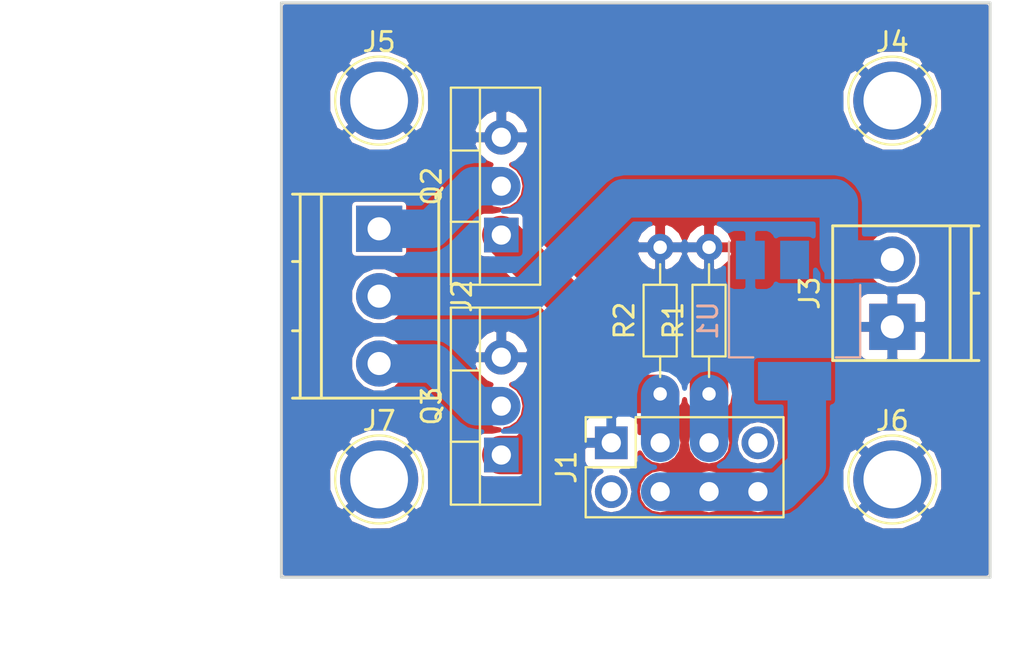
<source format=kicad_pcb>
(kicad_pcb (version 4) (host pcbnew 4.0.6)

  (general
    (links 22)
    (no_connects 15)
    (area 111.049999 83.744999 148.030001 113.740001)
    (thickness 1.6)
    (drawings 15)
    (tracks 28)
    (zones 0)
    (modules 12)
    (nets 8)
  )

  (page A4)
  (title_block
    (title LightESP)
    (company "Lauri Võsandi")
  )

  (layers
    (0 F.Cu signal)
    (31 B.Cu signal)
    (32 B.Adhes user)
    (33 F.Adhes user)
    (34 B.Paste user)
    (35 F.Paste user)
    (36 B.SilkS user)
    (37 F.SilkS user)
    (38 B.Mask user)
    (39 F.Mask user)
    (40 Dwgs.User user)
    (41 Cmts.User user)
    (42 Eco1.User user)
    (43 Eco2.User user)
    (44 Edge.Cuts user)
    (45 Margin user)
    (46 B.CrtYd user)
    (47 F.CrtYd user)
    (48 B.Fab user)
    (49 F.Fab user)
  )

  (setup
    (last_trace_width 2)
    (user_trace_width 1)
    (user_trace_width 2)
    (trace_clearance 0.2)
    (zone_clearance 0)
    (zone_45_only no)
    (trace_min 0.2)
    (segment_width 0.2)
    (edge_width 0.15)
    (via_size 0.6)
    (via_drill 0.4)
    (via_min_size 0.4)
    (via_min_drill 0.3)
    (uvia_size 0.3)
    (uvia_drill 0.1)
    (uvias_allowed no)
    (uvia_min_size 0.2)
    (uvia_min_drill 0.1)
    (pcb_text_width 0.3)
    (pcb_text_size 1.5 1.5)
    (mod_edge_width 0.15)
    (mod_text_size 1 1)
    (mod_text_width 0.15)
    (pad_size 4.064 4.064)
    (pad_drill 3)
    (pad_to_mask_clearance 0.2)
    (aux_axis_origin 0 0)
    (visible_elements FFFFFF7F)
    (pcbplotparams
      (layerselection 0x00030_80000001)
      (usegerberextensions true)
      (excludeedgelayer true)
      (linewidth 0.100000)
      (plotframeref false)
      (viasonmask false)
      (mode 1)
      (useauxorigin false)
      (hpglpennumber 1)
      (hpglpenspeed 20)
      (hpglpendiameter 15)
      (hpglpenoverlay 2)
      (psnegative false)
      (psa4output false)
      (plotreference true)
      (plotvalue true)
      (plotinvisibletext false)
      (padsonsilk false)
      (subtractmaskfromsilk false)
      (outputformat 1)
      (mirror false)
      (drillshape 0)
      (scaleselection 1)
      (outputdirectory ""))
  )

  (net 0 "")
  (net 1 +3V3)
  (net 2 GND)
  (net 3 +12V)
  (net 4 "Net-(J1-Pad3)")
  (net 5 "Net-(J1-Pad5)")
  (net 6 "Net-(J2-Pad3)")
  (net 7 "Net-(J2-Pad1)")

  (net_class Default "This is the default net class."
    (clearance 0.2)
    (trace_width 0.25)
    (via_dia 0.6)
    (via_drill 0.4)
    (uvia_dia 0.3)
    (uvia_drill 0.1)
    (add_net +12V)
    (add_net +3V3)
    (add_net GND)
    (add_net "Net-(J1-Pad3)")
    (add_net "Net-(J1-Pad5)")
    (add_net "Net-(J2-Pad1)")
    (add_net "Net-(J2-Pad3)")
  )

  (module Socket_Strips:Socket_Strip_Straight_2x04_Pitch2.54mm (layer F.Cu) (tedit 588DE958) (tstamp 5997EB6B)
    (at 128.27 106.68 90)
    (descr "Through hole straight socket strip, 2x04, 2.54mm pitch, double rows")
    (tags "Through hole socket strip THT 2x04 2.54mm double row")
    (path /5997EA0D)
    (fp_text reference J1 (at -1.27 -2.33 90) (layer F.SilkS)
      (effects (font (size 1 1) (thickness 0.15)))
    )
    (fp_text value CONN_02X04 (at -1.27 9.95 90) (layer F.Fab)
      (effects (font (size 1 1) (thickness 0.15)))
    )
    (fp_line (start -3.81 -1.27) (end -3.81 8.89) (layer F.Fab) (width 0.1))
    (fp_line (start -3.81 8.89) (end 1.27 8.89) (layer F.Fab) (width 0.1))
    (fp_line (start 1.27 8.89) (end 1.27 -1.27) (layer F.Fab) (width 0.1))
    (fp_line (start 1.27 -1.27) (end -3.81 -1.27) (layer F.Fab) (width 0.1))
    (fp_line (start 1.33 1.27) (end 1.33 8.95) (layer F.SilkS) (width 0.12))
    (fp_line (start 1.33 8.95) (end -3.87 8.95) (layer F.SilkS) (width 0.12))
    (fp_line (start -3.87 8.95) (end -3.87 -1.33) (layer F.SilkS) (width 0.12))
    (fp_line (start -3.87 -1.33) (end -1.27 -1.33) (layer F.SilkS) (width 0.12))
    (fp_line (start -1.27 -1.33) (end -1.27 1.27) (layer F.SilkS) (width 0.12))
    (fp_line (start -1.27 1.27) (end 1.33 1.27) (layer F.SilkS) (width 0.12))
    (fp_line (start 1.33 0) (end 1.33 -1.33) (layer F.SilkS) (width 0.12))
    (fp_line (start 1.33 -1.33) (end 0.06 -1.33) (layer F.SilkS) (width 0.12))
    (fp_line (start -4.1 -1.55) (end -4.1 9.15) (layer F.CrtYd) (width 0.05))
    (fp_line (start -4.1 9.15) (end 1.55 9.15) (layer F.CrtYd) (width 0.05))
    (fp_line (start 1.55 9.15) (end 1.55 -1.55) (layer F.CrtYd) (width 0.05))
    (fp_line (start 1.55 -1.55) (end -4.1 -1.55) (layer F.CrtYd) (width 0.05))
    (pad 1 thru_hole rect (at 0 0 90) (size 1.7 1.7) (drill 1) (layers *.Cu *.Mask)
      (net 2 GND))
    (pad 2 thru_hole oval (at -2.54 0 90) (size 1.7 1.7) (drill 1) (layers *.Cu *.Mask))
    (pad 3 thru_hole oval (at 0 2.54 90) (size 1.7 1.7) (drill 1) (layers *.Cu *.Mask)
      (net 4 "Net-(J1-Pad3)"))
    (pad 4 thru_hole oval (at -2.54 2.54 90) (size 1.7 1.7) (drill 1) (layers *.Cu *.Mask)
      (net 1 +3V3))
    (pad 5 thru_hole oval (at 0 5.08 90) (size 1.7 1.7) (drill 1) (layers *.Cu *.Mask)
      (net 5 "Net-(J1-Pad5)"))
    (pad 6 thru_hole oval (at -2.54 5.08 90) (size 1.7 1.7) (drill 1) (layers *.Cu *.Mask)
      (net 1 +3V3))
    (pad 7 thru_hole oval (at 0 7.62 90) (size 1.7 1.7) (drill 1) (layers *.Cu *.Mask))
    (pad 8 thru_hole oval (at -2.54 7.62 90) (size 1.7 1.7) (drill 1) (layers *.Cu *.Mask)
      (net 1 +3V3))
    (model Socket_Strips.3dshapes/Socket_Strip_Straight_2x04_Pitch2.54mm.wrl
      (at (xyz -0.05 -0.15 0))
      (scale (xyz 1 1 1))
      (rotate (xyz 0 0 270))
    )
  )

  (module Connectors_Terminal_Blocks:TerminalBlock_Pheonix_PT-3.5mm_2pol (layer F.Cu) (tedit 0) (tstamp 5997EB77)
    (at 142.875 100.655 90)
    (descr "2-way 3.5mm pitch terminal block, Phoenix PT series")
    (path /5997EAF1)
    (fp_text reference J3 (at 1.75 -4.3 90) (layer F.SilkS)
      (effects (font (size 1 1) (thickness 0.15)))
    )
    (fp_text value CONN_01X02 (at 1.75 6 90) (layer F.Fab)
      (effects (font (size 1 1) (thickness 0.15)))
    )
    (fp_line (start -1.9 -3.3) (end 5.4 -3.3) (layer F.CrtYd) (width 0.05))
    (fp_line (start -1.9 4.7) (end -1.9 -3.3) (layer F.CrtYd) (width 0.05))
    (fp_line (start 5.4 4.7) (end -1.9 4.7) (layer F.CrtYd) (width 0.05))
    (fp_line (start 5.4 -3.3) (end 5.4 4.7) (layer F.CrtYd) (width 0.05))
    (fp_line (start 1.75 4.1) (end 1.75 4.5) (layer F.SilkS) (width 0.15))
    (fp_line (start -1.75 3) (end 5.25 3) (layer F.SilkS) (width 0.15))
    (fp_line (start -1.75 4.1) (end 5.25 4.1) (layer F.SilkS) (width 0.15))
    (fp_line (start -1.75 -3.1) (end -1.75 4.5) (layer F.SilkS) (width 0.15))
    (fp_line (start 5.25 4.5) (end 5.25 -3.1) (layer F.SilkS) (width 0.15))
    (fp_line (start 5.25 -3.1) (end -1.75 -3.1) (layer F.SilkS) (width 0.15))
    (pad 2 thru_hole circle (at 3.5 0 90) (size 2.4 2.4) (drill 1.2) (layers *.Cu *.Mask)
      (net 3 +12V))
    (pad 1 thru_hole rect (at 0 0 90) (size 2.4 2.4) (drill 1.2) (layers *.Cu *.Mask)
      (net 2 GND))
    (model Terminal_Blocks.3dshapes/TerminalBlock_Pheonix_PT-3.5mm_2pol.wrl
      (at (xyz 0 0 0))
      (scale (xyz 1 1 1))
      (rotate (xyz 0 0 0))
    )
  )

  (module TO_SOT_Packages_SMD:SOT-223 (layer B.Cu) (tedit 5883B228) (tstamp 5997EB86)
    (at 137.795 100.33 270)
    (descr "module CMS SOT223 4 pins")
    (tags "CMS SOT")
    (path /5997EB44)
    (attr smd)
    (fp_text reference U1 (at 0 4.5 270) (layer B.SilkS)
      (effects (font (size 1 1) (thickness 0.15)) (justify mirror))
    )
    (fp_text value AP1117 (at 0 -4.5 270) (layer B.Fab)
      (effects (font (size 1 1) (thickness 0.15)) (justify mirror))
    )
    (fp_line (start -1.85 2.3) (end -0.8 3.35) (layer B.Fab) (width 0.1))
    (fp_line (start 1.91 -3.41) (end 1.91 -2.15) (layer B.SilkS) (width 0.12))
    (fp_line (start 1.91 3.41) (end 1.91 2.15) (layer B.SilkS) (width 0.12))
    (fp_line (start 4.4 3.6) (end -4.4 3.6) (layer B.CrtYd) (width 0.05))
    (fp_line (start 4.4 -3.6) (end 4.4 3.6) (layer B.CrtYd) (width 0.05))
    (fp_line (start -4.4 -3.6) (end 4.4 -3.6) (layer B.CrtYd) (width 0.05))
    (fp_line (start -4.4 3.6) (end -4.4 -3.6) (layer B.CrtYd) (width 0.05))
    (fp_line (start -1.85 2.3) (end -1.85 -3.35) (layer B.Fab) (width 0.1))
    (fp_line (start -1.85 -3.41) (end 1.91 -3.41) (layer B.SilkS) (width 0.12))
    (fp_line (start -0.8 3.35) (end 1.85 3.35) (layer B.Fab) (width 0.1))
    (fp_line (start -4.1 3.41) (end 1.91 3.41) (layer B.SilkS) (width 0.12))
    (fp_line (start -1.85 -3.35) (end 1.85 -3.35) (layer B.Fab) (width 0.1))
    (fp_line (start 1.85 3.35) (end 1.85 -3.35) (layer B.Fab) (width 0.1))
    (pad 4 smd rect (at 3.15 0 270) (size 2 3.8) (layers B.Cu B.Paste B.Mask)
      (net 1 +3V3))
    (pad 2 smd rect (at -3.15 0 270) (size 2 1.5) (layers B.Cu B.Paste B.Mask)
      (net 1 +3V3))
    (pad 3 smd rect (at -3.15 -2.3 270) (size 2 1.5) (layers B.Cu B.Paste B.Mask)
      (net 3 +12V))
    (pad 1 smd rect (at -3.15 2.3 270) (size 2 1.5) (layers B.Cu B.Paste B.Mask)
      (net 2 GND))
    (model TO_SOT_Packages_SMD.3dshapes/SOT-223.wrl
      (at (xyz 0 0 0))
      (scale (xyz 0.4 0.4 0.4))
      (rotate (xyz 0 0 90))
    )
  )

  (module Connectors_Terminal_Blocks:TerminalBlock_Pheonix_PT-3.5mm_3pol (layer F.Cu) (tedit 56301605) (tstamp 5997EF5D)
    (at 116.205 95.56 270)
    (descr "3-way 3.5mm pitch terminal block, Phoenix PT series")
    (path /5997F653)
    (fp_text reference J2 (at 3.5 -4.3 270) (layer F.SilkS)
      (effects (font (size 1 1) (thickness 0.15)))
    )
    (fp_text value CONN_01X03 (at 3.5 6 270) (layer F.Fab)
      (effects (font (size 1 1) (thickness 0.15)))
    )
    (fp_line (start -2 -3.3) (end 9 -3.3) (layer F.CrtYd) (width 0.05))
    (fp_line (start -2 4.7) (end -2 -3.3) (layer F.CrtYd) (width 0.05))
    (fp_line (start 9 4.7) (end -2 4.7) (layer F.CrtYd) (width 0.05))
    (fp_line (start 9 -3.3) (end 9 4.7) (layer F.CrtYd) (width 0.05))
    (fp_line (start 1.7 4.1) (end 1.7 4.5) (layer F.SilkS) (width 0.15))
    (fp_line (start 5.3 4.1) (end 5.3 4.5) (layer F.SilkS) (width 0.15))
    (fp_line (start -1.8 3) (end 8.8 3) (layer F.SilkS) (width 0.15))
    (fp_line (start -1.8 4.1) (end 8.8 4.1) (layer F.SilkS) (width 0.15))
    (fp_line (start -1.8 -3.1) (end -1.8 4.5) (layer F.SilkS) (width 0.15))
    (fp_line (start 8.8 4.5) (end 8.8 -3.1) (layer F.SilkS) (width 0.15))
    (fp_line (start 8.8 -3.1) (end -1.8 -3.1) (layer F.SilkS) (width 0.15))
    (pad 2 thru_hole circle (at 3.5 0 270) (size 2.4 2.4) (drill 1.2) (layers *.Cu *.Mask)
      (net 3 +12V))
    (pad 3 thru_hole circle (at 7 0 270) (size 2.4 2.4) (drill 1.2) (layers *.Cu *.Mask)
      (net 6 "Net-(J2-Pad3)"))
    (pad 1 thru_hole rect (at 0 0 270) (size 2.4 2.4) (drill 1.2) (layers *.Cu *.Mask)
      (net 7 "Net-(J2-Pad1)"))
    (model Terminal_Blocks.3dshapes/TerminalBlock_Pheonix_PT-3.5mm_3pol.wrl
      (at (xyz 0 0 0))
      (scale (xyz 1 1 1))
      (rotate (xyz 0 0 0))
    )
  )

  (module Resistors_THT:R_Axial_DIN0204_L3.6mm_D1.6mm_P7.62mm_Horizontal (layer F.Cu) (tedit 5874F706) (tstamp 5997EF76)
    (at 133.35 104.14 90)
    (descr "Resistor, Axial_DIN0204 series, Axial, Horizontal, pin pitch=7.62mm, 0.16666666666666666W = 1/6W, length*diameter=3.6*1.6mm^2, http://cdn-reichelt.de/documents/datenblatt/B400/1_4W%23YAG.pdf")
    (tags "Resistor Axial_DIN0204 series Axial Horizontal pin pitch 7.62mm 0.16666666666666666W = 1/6W length 3.6mm diameter 1.6mm")
    (path /5997F1D6)
    (fp_text reference R1 (at 3.81 -1.86 90) (layer F.SilkS)
      (effects (font (size 1 1) (thickness 0.15)))
    )
    (fp_text value R (at 3.81 1.86 90) (layer F.Fab)
      (effects (font (size 1 1) (thickness 0.15)))
    )
    (fp_line (start 2.01 -0.8) (end 2.01 0.8) (layer F.Fab) (width 0.1))
    (fp_line (start 2.01 0.8) (end 5.61 0.8) (layer F.Fab) (width 0.1))
    (fp_line (start 5.61 0.8) (end 5.61 -0.8) (layer F.Fab) (width 0.1))
    (fp_line (start 5.61 -0.8) (end 2.01 -0.8) (layer F.Fab) (width 0.1))
    (fp_line (start 0 0) (end 2.01 0) (layer F.Fab) (width 0.1))
    (fp_line (start 7.62 0) (end 5.61 0) (layer F.Fab) (width 0.1))
    (fp_line (start 1.95 -0.86) (end 1.95 0.86) (layer F.SilkS) (width 0.12))
    (fp_line (start 1.95 0.86) (end 5.67 0.86) (layer F.SilkS) (width 0.12))
    (fp_line (start 5.67 0.86) (end 5.67 -0.86) (layer F.SilkS) (width 0.12))
    (fp_line (start 5.67 -0.86) (end 1.95 -0.86) (layer F.SilkS) (width 0.12))
    (fp_line (start 0.88 0) (end 1.95 0) (layer F.SilkS) (width 0.12))
    (fp_line (start 6.74 0) (end 5.67 0) (layer F.SilkS) (width 0.12))
    (fp_line (start -0.95 -1.15) (end -0.95 1.15) (layer F.CrtYd) (width 0.05))
    (fp_line (start -0.95 1.15) (end 8.6 1.15) (layer F.CrtYd) (width 0.05))
    (fp_line (start 8.6 1.15) (end 8.6 -1.15) (layer F.CrtYd) (width 0.05))
    (fp_line (start 8.6 -1.15) (end -0.95 -1.15) (layer F.CrtYd) (width 0.05))
    (pad 1 thru_hole circle (at 0 0 90) (size 1.4 1.4) (drill 0.7) (layers *.Cu *.Mask)
      (net 5 "Net-(J1-Pad5)"))
    (pad 2 thru_hole oval (at 7.62 0 90) (size 1.4 1.4) (drill 0.7) (layers *.Cu *.Mask)
      (net 2 GND))
    (model Resistors_THT.3dshapes/R_Axial_DIN0204_L3.6mm_D1.6mm_P7.62mm_Horizontal.wrl
      (at (xyz 0 0 0))
      (scale (xyz 0.393701 0.393701 0.393701))
      (rotate (xyz 0 0 0))
    )
  )

  (module TO_SOT_Packages_THT:TO-220_Vertical (layer F.Cu) (tedit 58A217F2) (tstamp 5997F52B)
    (at 122.555 95.885 90)
    (descr "TO-220, Vertical, RM 2.54mm")
    (tags "TO-220 Vertical RM 2.54mm")
    (path /5997F12C)
    (fp_text reference Q2 (at 2.54 -3.62 90) (layer F.SilkS)
      (effects (font (size 1 1) (thickness 0.15)))
    )
    (fp_text value Q_NMOS_GDS (at 2.54 3.92 90) (layer F.Fab)
      (effects (font (size 1 1) (thickness 0.15)))
    )
    (fp_line (start -2.46 -2.5) (end -2.46 1.9) (layer F.Fab) (width 0.1))
    (fp_line (start -2.46 1.9) (end 7.54 1.9) (layer F.Fab) (width 0.1))
    (fp_line (start 7.54 1.9) (end 7.54 -2.5) (layer F.Fab) (width 0.1))
    (fp_line (start 7.54 -2.5) (end -2.46 -2.5) (layer F.Fab) (width 0.1))
    (fp_line (start -2.46 -1.23) (end 7.54 -1.23) (layer F.Fab) (width 0.1))
    (fp_line (start 0.69 -2.5) (end 0.69 -1.23) (layer F.Fab) (width 0.1))
    (fp_line (start 4.39 -2.5) (end 4.39 -1.23) (layer F.Fab) (width 0.1))
    (fp_line (start -2.58 -2.62) (end 7.66 -2.62) (layer F.SilkS) (width 0.12))
    (fp_line (start -2.58 2.021) (end 7.66 2.021) (layer F.SilkS) (width 0.12))
    (fp_line (start -2.58 -2.62) (end -2.58 2.021) (layer F.SilkS) (width 0.12))
    (fp_line (start 7.66 -2.62) (end 7.66 2.021) (layer F.SilkS) (width 0.12))
    (fp_line (start -2.58 -1.11) (end 7.66 -1.11) (layer F.SilkS) (width 0.12))
    (fp_line (start 0.69 -2.62) (end 0.69 -1.11) (layer F.SilkS) (width 0.12))
    (fp_line (start 4.391 -2.62) (end 4.391 -1.11) (layer F.SilkS) (width 0.12))
    (fp_line (start -2.71 -2.75) (end -2.71 2.16) (layer F.CrtYd) (width 0.05))
    (fp_line (start -2.71 2.16) (end 7.79 2.16) (layer F.CrtYd) (width 0.05))
    (fp_line (start 7.79 2.16) (end 7.79 -2.75) (layer F.CrtYd) (width 0.05))
    (fp_line (start 7.79 -2.75) (end -2.71 -2.75) (layer F.CrtYd) (width 0.05))
    (fp_text user %R (at 2.54 -3.62 90) (layer F.Fab)
      (effects (font (size 1 1) (thickness 0.15)))
    )
    (pad 1 thru_hole rect (at 0 0 90) (size 1.8 1.8) (drill 1) (layers *.Cu *.Mask)
      (net 5 "Net-(J1-Pad5)"))
    (pad 2 thru_hole oval (at 2.54 0 90) (size 1.8 1.8) (drill 1) (layers *.Cu *.Mask)
      (net 7 "Net-(J2-Pad1)"))
    (pad 3 thru_hole oval (at 5.08 0 90) (size 1.8 1.8) (drill 1) (layers *.Cu *.Mask)
      (net 2 GND))
    (model TO_SOT_Packages_THT.3dshapes/TO-220_Vertical.wrl
      (at (xyz 0.1 0 0))
      (scale (xyz 0.393701 0.393701 0.393701))
      (rotate (xyz 0 0 0))
    )
  )

  (module TO_SOT_Packages_THT:TO-220_Vertical (layer F.Cu) (tedit 58A217F2) (tstamp 5997F531)
    (at 122.555 107.315 90)
    (descr "TO-220, Vertical, RM 2.54mm")
    (tags "TO-220 Vertical RM 2.54mm")
    (path /5997EF16)
    (fp_text reference Q3 (at 2.54 -3.62 90) (layer F.SilkS)
      (effects (font (size 1 1) (thickness 0.15)))
    )
    (fp_text value Q_NMOS_GDS (at 2.54 3.92 90) (layer F.Fab)
      (effects (font (size 1 1) (thickness 0.15)))
    )
    (fp_line (start -2.46 -2.5) (end -2.46 1.9) (layer F.Fab) (width 0.1))
    (fp_line (start -2.46 1.9) (end 7.54 1.9) (layer F.Fab) (width 0.1))
    (fp_line (start 7.54 1.9) (end 7.54 -2.5) (layer F.Fab) (width 0.1))
    (fp_line (start 7.54 -2.5) (end -2.46 -2.5) (layer F.Fab) (width 0.1))
    (fp_line (start -2.46 -1.23) (end 7.54 -1.23) (layer F.Fab) (width 0.1))
    (fp_line (start 0.69 -2.5) (end 0.69 -1.23) (layer F.Fab) (width 0.1))
    (fp_line (start 4.39 -2.5) (end 4.39 -1.23) (layer F.Fab) (width 0.1))
    (fp_line (start -2.58 -2.62) (end 7.66 -2.62) (layer F.SilkS) (width 0.12))
    (fp_line (start -2.58 2.021) (end 7.66 2.021) (layer F.SilkS) (width 0.12))
    (fp_line (start -2.58 -2.62) (end -2.58 2.021) (layer F.SilkS) (width 0.12))
    (fp_line (start 7.66 -2.62) (end 7.66 2.021) (layer F.SilkS) (width 0.12))
    (fp_line (start -2.58 -1.11) (end 7.66 -1.11) (layer F.SilkS) (width 0.12))
    (fp_line (start 0.69 -2.62) (end 0.69 -1.11) (layer F.SilkS) (width 0.12))
    (fp_line (start 4.391 -2.62) (end 4.391 -1.11) (layer F.SilkS) (width 0.12))
    (fp_line (start -2.71 -2.75) (end -2.71 2.16) (layer F.CrtYd) (width 0.05))
    (fp_line (start -2.71 2.16) (end 7.79 2.16) (layer F.CrtYd) (width 0.05))
    (fp_line (start 7.79 2.16) (end 7.79 -2.75) (layer F.CrtYd) (width 0.05))
    (fp_line (start 7.79 -2.75) (end -2.71 -2.75) (layer F.CrtYd) (width 0.05))
    (fp_text user %R (at 2.54 -3.62 90) (layer F.Fab)
      (effects (font (size 1 1) (thickness 0.15)))
    )
    (pad 1 thru_hole rect (at 0 0 90) (size 1.8 1.8) (drill 1) (layers *.Cu *.Mask)
      (net 4 "Net-(J1-Pad3)"))
    (pad 2 thru_hole oval (at 2.54 0 90) (size 1.8 1.8) (drill 1) (layers *.Cu *.Mask)
      (net 6 "Net-(J2-Pad3)"))
    (pad 3 thru_hole oval (at 5.08 0 90) (size 1.8 1.8) (drill 1) (layers *.Cu *.Mask)
      (net 2 GND))
    (model TO_SOT_Packages_THT.3dshapes/TO-220_Vertical.wrl
      (at (xyz 0.1 0 0))
      (scale (xyz 0.393701 0.393701 0.393701))
      (rotate (xyz 0 0 0))
    )
  )

  (module Connectors:1pin (layer F.Cu) (tedit 5997F5EA) (tstamp 5997F640)
    (at 142.875 88.9)
    (descr "module 1 pin (ou trou mecanique de percage)")
    (tags DEV)
    (path /5997F7DC)
    (fp_text reference J4 (at 0 -3.048) (layer F.SilkS)
      (effects (font (size 1 1) (thickness 0.15)))
    )
    (fp_text value CONN_01X01 (at 0 3) (layer F.Fab)
      (effects (font (size 1 1) (thickness 0.15)))
    )
    (fp_circle (center 0 0) (end 2 0.8) (layer F.Fab) (width 0.1))
    (fp_circle (center 0 0) (end 2.6 0) (layer F.CrtYd) (width 0.05))
    (fp_circle (center 0 0) (end 0 -2.286) (layer F.SilkS) (width 0.12))
    (pad 1 thru_hole circle (at 0 0) (size 4.064 4.064) (drill 3) (layers *.Cu *.Mask)
      (net 2 GND))
  )

  (module Connectors:1pin (layer F.Cu) (tedit 5997F5E5) (tstamp 5997F645)
    (at 116.205 88.9)
    (descr "module 1 pin (ou trou mecanique de percage)")
    (tags DEV)
    (path /5997F813)
    (fp_text reference J5 (at 0 -3.048) (layer F.SilkS)
      (effects (font (size 1 1) (thickness 0.15)))
    )
    (fp_text value CONN_01X01 (at 0 3) (layer F.Fab)
      (effects (font (size 1 1) (thickness 0.15)))
    )
    (fp_circle (center 0 0) (end 2 0.8) (layer F.Fab) (width 0.1))
    (fp_circle (center 0 0) (end 2.6 0) (layer F.CrtYd) (width 0.05))
    (fp_circle (center 0 0) (end 0 -2.286) (layer F.SilkS) (width 0.12))
    (pad 1 thru_hole circle (at 0 0) (size 4.064 4.064) (drill 3) (layers *.Cu *.Mask)
      (net 2 GND))
  )

  (module Connectors:1pin (layer F.Cu) (tedit 5997F5EE) (tstamp 5997F64A)
    (at 142.875 108.585)
    (descr "module 1 pin (ou trou mecanique de percage)")
    (tags DEV)
    (path /5997F842)
    (fp_text reference J6 (at 0 -3.048) (layer F.SilkS)
      (effects (font (size 1 1) (thickness 0.15)))
    )
    (fp_text value CONN_01X01 (at 0 3) (layer F.Fab)
      (effects (font (size 1 1) (thickness 0.15)))
    )
    (fp_circle (center 0 0) (end 2 0.8) (layer F.Fab) (width 0.1))
    (fp_circle (center 0 0) (end 2.6 0) (layer F.CrtYd) (width 0.05))
    (fp_circle (center 0 0) (end 0 -2.286) (layer F.SilkS) (width 0.12))
    (pad 1 thru_hole circle (at 0 0) (size 4.064 4.064) (drill 3) (layers *.Cu *.Mask)
      (net 2 GND))
  )

  (module Connectors:1pin (layer F.Cu) (tedit 5997F5F3) (tstamp 5997F64F)
    (at 116.205 108.585)
    (descr "module 1 pin (ou trou mecanique de percage)")
    (tags DEV)
    (path /5997F872)
    (fp_text reference J7 (at 0 -3.048) (layer F.SilkS)
      (effects (font (size 1 1) (thickness 0.15)))
    )
    (fp_text value CONN_01X01 (at 0 3) (layer F.Fab)
      (effects (font (size 1 1) (thickness 0.15)))
    )
    (fp_circle (center 0 0) (end 2 0.8) (layer F.Fab) (width 0.1))
    (fp_circle (center 0 0) (end 2.6 0) (layer F.CrtYd) (width 0.05))
    (fp_circle (center 0 0) (end 0 -2.286) (layer F.SilkS) (width 0.12))
    (pad 1 thru_hole circle (at 0 0) (size 4.064 4.064) (drill 3) (layers *.Cu *.Mask)
      (net 2 GND))
  )

  (module Resistors_THT:R_Axial_DIN0204_L3.6mm_D1.6mm_P7.62mm_Horizontal (layer F.Cu) (tedit 5874F706) (tstamp 5997F6B4)
    (at 130.81 104.14 90)
    (descr "Resistor, Axial_DIN0204 series, Axial, Horizontal, pin pitch=7.62mm, 0.16666666666666666W = 1/6W, length*diameter=3.6*1.6mm^2, http://cdn-reichelt.de/documents/datenblatt/B400/1_4W%23YAG.pdf")
    (tags "Resistor Axial_DIN0204 series Axial Horizontal pin pitch 7.62mm 0.16666666666666666W = 1/6W length 3.6mm diameter 1.6mm")
    (path /5997FFA8)
    (fp_text reference R2 (at 3.81 -1.86 90) (layer F.SilkS)
      (effects (font (size 1 1) (thickness 0.15)))
    )
    (fp_text value R (at 3.81 1.86 90) (layer F.Fab)
      (effects (font (size 1 1) (thickness 0.15)))
    )
    (fp_line (start 2.01 -0.8) (end 2.01 0.8) (layer F.Fab) (width 0.1))
    (fp_line (start 2.01 0.8) (end 5.61 0.8) (layer F.Fab) (width 0.1))
    (fp_line (start 5.61 0.8) (end 5.61 -0.8) (layer F.Fab) (width 0.1))
    (fp_line (start 5.61 -0.8) (end 2.01 -0.8) (layer F.Fab) (width 0.1))
    (fp_line (start 0 0) (end 2.01 0) (layer F.Fab) (width 0.1))
    (fp_line (start 7.62 0) (end 5.61 0) (layer F.Fab) (width 0.1))
    (fp_line (start 1.95 -0.86) (end 1.95 0.86) (layer F.SilkS) (width 0.12))
    (fp_line (start 1.95 0.86) (end 5.67 0.86) (layer F.SilkS) (width 0.12))
    (fp_line (start 5.67 0.86) (end 5.67 -0.86) (layer F.SilkS) (width 0.12))
    (fp_line (start 5.67 -0.86) (end 1.95 -0.86) (layer F.SilkS) (width 0.12))
    (fp_line (start 0.88 0) (end 1.95 0) (layer F.SilkS) (width 0.12))
    (fp_line (start 6.74 0) (end 5.67 0) (layer F.SilkS) (width 0.12))
    (fp_line (start -0.95 -1.15) (end -0.95 1.15) (layer F.CrtYd) (width 0.05))
    (fp_line (start -0.95 1.15) (end 8.6 1.15) (layer F.CrtYd) (width 0.05))
    (fp_line (start 8.6 1.15) (end 8.6 -1.15) (layer F.CrtYd) (width 0.05))
    (fp_line (start 8.6 -1.15) (end -0.95 -1.15) (layer F.CrtYd) (width 0.05))
    (pad 1 thru_hole circle (at 0 0 90) (size 1.4 1.4) (drill 0.7) (layers *.Cu *.Mask)
      (net 4 "Net-(J1-Pad3)"))
    (pad 2 thru_hole oval (at 7.62 0 90) (size 1.4 1.4) (drill 0.7) (layers *.Cu *.Mask)
      (net 2 GND))
    (model Resistors_THT.3dshapes/R_Axial_DIN0204_L3.6mm_D1.6mm_P7.62mm_Horizontal.wrl
      (at (xyz 0 0 0))
      (scale (xyz 0.393701 0.393701 0.393701))
      (rotate (xyz 0 0 0))
    )
  )

  (gr_line (start 142.875 113.665) (end 142.875 83.82) (layer Dwgs.User) (width 0.2))
  (gr_line (start 111.125 108.585) (end 147.955 108.585) (layer Dwgs.User) (width 0.2))
  (gr_line (start 116.205 83.82) (end 116.205 113.665) (layer Dwgs.User) (width 0.2))
  (gr_line (start 147.955 88.9) (end 111.125 88.9) (layer Dwgs.User) (width 0.2))
  (dimension 29.845 (width 0.3) (layer Dwgs.User)
    (gr_text "29,845 mm" (at 102.79 98.7425 90) (layer Dwgs.User)
      (effects (font (size 1.5 1.5) (thickness 0.3)))
    )
    (feature1 (pts (xy 107.95 83.82) (xy 101.44 83.82)))
    (feature2 (pts (xy 107.95 113.665) (xy 101.44 113.665)))
    (crossbar (pts (xy 104.14 113.665) (xy 104.14 83.82)))
    (arrow1a (pts (xy 104.14 83.82) (xy 104.726421 84.946504)))
    (arrow1b (pts (xy 104.14 83.82) (xy 103.553579 84.946504)))
    (arrow2a (pts (xy 104.14 113.665) (xy 104.726421 112.538496)))
    (arrow2b (pts (xy 104.14 113.665) (xy 103.553579 112.538496)))
  )
  (dimension 36.83 (width 0.3) (layer Dwgs.User)
    (gr_text "36,830 mm" (at 129.54 118.189999) (layer Dwgs.User)
      (effects (font (size 1.5 1.5) (thickness 0.3)))
    )
    (feature1 (pts (xy 147.955 114.935) (xy 147.955 119.539999)))
    (feature2 (pts (xy 111.125 114.935) (xy 111.125 119.539999)))
    (crossbar (pts (xy 111.125 116.839999) (xy 147.955 116.839999)))
    (arrow1a (pts (xy 147.955 116.839999) (xy 146.828496 117.42642)))
    (arrow1b (pts (xy 147.955 116.839999) (xy 146.828496 116.253578)))
    (arrow2a (pts (xy 111.125 116.839999) (xy 112.251504 117.42642)))
    (arrow2b (pts (xy 111.125 116.839999) (xy 112.251504 116.253578)))
  )
  (gr_line (start 111.125 113.665) (end 111.125 83.82) (layer Edge.Cuts) (width 0.15))
  (gr_line (start 147.955 113.665) (end 111.125 113.665) (layer Edge.Cuts) (width 0.15))
  (gr_line (start 147.955 83.82) (end 147.955 113.665) (layer Edge.Cuts) (width 0.15))
  (gr_line (start 111.125 83.82) (end 147.955 83.82) (layer Edge.Cuts) (width 0.15))
  (gr_line (start 125.095 86.36) (end 138.43 86.36) (layer Dwgs.User) (width 0.2))
  (gr_line (start 139.065 86.36) (end 139.065 111.125) (layer Dwgs.User) (width 0.2))
  (gr_line (start 138.43 86.36) (end 139.065 86.36) (layer Dwgs.User) (width 0.2))
  (gr_line (start 125.095 111.125) (end 125.095 86.36) (layer Dwgs.User) (width 0.2))
  (gr_line (start 139.065 111.125) (end 125.095 111.125) (layer Dwgs.User) (width 0.2))

  (segment (start 135.89 109.22) (end 137.092081 109.22) (width 2) (layer B.Cu) (net 1))
  (segment (start 137.092081 109.22) (end 138.43 107.882081) (width 2) (layer B.Cu) (net 1))
  (segment (start 138.43 107.882081) (end 138.43 107.115) (width 2) (layer B.Cu) (net 1))
  (segment (start 138.43 107.115) (end 138.43 104.115) (width 2) (layer B.Cu) (net 1))
  (segment (start 133.35 109.22) (end 135.89 109.22) (width 2) (layer B.Cu) (net 1))
  (segment (start 130.81 109.22) (end 133.35 109.22) (width 2) (layer B.Cu) (net 1))
  (segment (start 128.905 93.98) (end 139.895 93.98) (width 2) (layer B.Cu) (net 3))
  (segment (start 139.895 93.98) (end 140.095 94.18) (width 2) (layer B.Cu) (net 3))
  (segment (start 140.095 94.18) (end 140.095 97.18) (width 2) (layer B.Cu) (net 3))
  (segment (start 123.825 99.06) (end 116.205 99.06) (width 2) (layer B.Cu) (net 3))
  (segment (start 128.905 93.98) (end 123.825 99.06) (width 2) (layer B.Cu) (net 3))
  (segment (start 142.875 97.155) (end 140.12 97.155) (width 2) (layer B.Cu) (net 3))
  (segment (start 140.12 97.155) (end 140.095 97.18) (width 2) (layer B.Cu) (net 3))
  (segment (start 130.81 104.14) (end 126.949998 104.14) (width 2) (layer F.Cu) (net 4))
  (segment (start 126.949998 104.14) (end 123.774998 107.315) (width 2) (layer F.Cu) (net 4))
  (segment (start 123.774998 107.315) (end 122.555 107.315) (width 2) (layer F.Cu) (net 4))
  (segment (start 130.81 106.68) (end 130.81 104.14) (width 2) (layer B.Cu) (net 4))
  (segment (start 122.555 95.885) (end 128.60999 101.93999) (width 2) (layer F.Cu) (net 5))
  (segment (start 128.60999 101.93999) (end 132.139939 101.93999) (width 2) (layer F.Cu) (net 5))
  (segment (start 132.139939 101.93999) (end 133.35 103.150051) (width 2) (layer F.Cu) (net 5))
  (segment (start 133.35 103.150051) (end 133.35 104.14) (width 2) (layer F.Cu) (net 5))
  (segment (start 133.35 104.14) (end 133.35 106.68) (width 2) (layer B.Cu) (net 5))
  (segment (start 122.555 104.775) (end 121.282208 104.775) (width 2) (layer B.Cu) (net 6))
  (segment (start 121.282208 104.775) (end 119.067208 102.56) (width 2) (layer B.Cu) (net 6))
  (segment (start 119.067208 102.56) (end 116.205 102.56) (width 2) (layer B.Cu) (net 6))
  (segment (start 116.205 95.56) (end 118.919998 95.56) (width 2) (layer B.Cu) (net 7))
  (segment (start 118.919998 95.56) (end 121.134998 93.345) (width 2) (layer B.Cu) (net 7))
  (segment (start 121.134998 93.345) (end 122.555 93.345) (width 2) (layer B.Cu) (net 7))

  (zone (net 2) (net_name GND) (layer B.Cu) (tstamp 0) (hatch edge 0.508)
    (connect_pads (clearance 0))
    (min_thickness 0.254)
    (fill yes (arc_segments 16) (thermal_gap 0.508) (thermal_bridge_width 0.508))
    (polygon
      (pts
        (xy 111.125 83.82) (xy 147.955 83.82) (xy 147.955 113.665) (xy 111.125 113.665)
      )
    )
    (filled_polygon
      (pts
        (xy 147.753 113.463) (xy 111.327 113.463) (xy 111.327 110.483121) (xy 114.486484 110.483121) (xy 114.711154 110.857168)
        (xy 115.694388 111.25588) (xy 116.755357 111.247975) (xy 117.698846 110.857168) (xy 117.923516 110.483121) (xy 116.205 108.764605)
        (xy 114.486484 110.483121) (xy 111.327 110.483121) (xy 111.327 108.074388) (xy 113.53412 108.074388) (xy 113.542025 109.135357)
        (xy 113.932832 110.078846) (xy 114.306879 110.303516) (xy 116.025395 108.585) (xy 116.384605 108.585) (xy 118.103121 110.303516)
        (xy 118.477168 110.078846) (xy 118.87588 109.095612) (xy 118.867975 108.034643) (xy 118.477168 107.091154) (xy 118.103121 106.866484)
        (xy 116.384605 108.585) (xy 116.025395 108.585) (xy 114.306879 106.866484) (xy 113.932832 107.091154) (xy 113.53412 108.074388)
        (xy 111.327 108.074388) (xy 111.327 106.686879) (xy 114.486484 106.686879) (xy 116.205 108.405395) (xy 117.923516 106.686879)
        (xy 117.698846 106.312832) (xy 116.715612 105.91412) (xy 115.654643 105.922025) (xy 114.711154 106.312832) (xy 114.486484 106.686879)
        (xy 111.327 106.686879) (xy 111.327 102.862407) (xy 114.677735 102.862407) (xy 114.909717 103.423846) (xy 115.338894 103.853773)
        (xy 115.899928 104.086735) (xy 116.507407 104.087265) (xy 116.992085 103.887) (xy 118.517546 103.887) (xy 120.343877 105.713331)
        (xy 120.774387 106.000988) (xy 121.282208 106.102) (xy 121.54655 106.102) (xy 121.533821 106.104395) (xy 121.422526 106.176012)
        (xy 121.347862 106.285286) (xy 121.321594 106.415) (xy 121.321594 108.215) (xy 121.344395 108.336179) (xy 121.416012 108.447474)
        (xy 121.525286 108.522138) (xy 121.655 108.548406) (xy 123.455 108.548406) (xy 123.576179 108.525605) (xy 123.687474 108.453988)
        (xy 123.762138 108.344714) (xy 123.788406 108.215) (xy 123.788406 106.96575) (xy 126.785 106.96575) (xy 126.785 107.656309)
        (xy 126.881673 107.889698) (xy 127.060301 108.068327) (xy 127.29369 108.165) (xy 127.736572 108.165) (xy 127.437735 108.364676)
        (xy 127.182594 108.746523) (xy 127.093 109.196941) (xy 127.093 109.243059) (xy 127.182594 109.693477) (xy 127.437735 110.075324)
        (xy 127.819582 110.330465) (xy 128.27 110.420059) (xy 128.720418 110.330465) (xy 129.102265 110.075324) (xy 129.357406 109.693477)
        (xy 129.447 109.243059) (xy 129.447 109.196941) (xy 129.357406 108.746523) (xy 129.102265 108.364676) (xy 128.803428 108.165)
        (xy 129.24631 108.165) (xy 129.479699 108.068327) (xy 129.658327 107.889698) (xy 129.755 107.656309) (xy 129.755 107.443723)
        (xy 129.871669 107.618331) (xy 130.302179 107.905988) (xy 130.523442 107.95) (xy 130.302179 107.994012) (xy 129.871669 108.281669)
        (xy 129.584012 108.712179) (xy 129.483 109.22) (xy 129.584012 109.727821) (xy 129.871669 110.158331) (xy 130.302179 110.445988)
        (xy 130.81 110.547) (xy 137.092081 110.547) (xy 137.413222 110.483121) (xy 141.156484 110.483121) (xy 141.381154 110.857168)
        (xy 142.364388 111.25588) (xy 143.425357 111.247975) (xy 144.368846 110.857168) (xy 144.593516 110.483121) (xy 142.875 108.764605)
        (xy 141.156484 110.483121) (xy 137.413222 110.483121) (xy 137.599902 110.445988) (xy 138.030412 110.158331) (xy 139.368331 108.820412)
        (xy 139.655988 108.389902) (xy 139.718747 108.074388) (xy 140.20412 108.074388) (xy 140.212025 109.135357) (xy 140.602832 110.078846)
        (xy 140.976879 110.303516) (xy 142.695395 108.585) (xy 143.054605 108.585) (xy 144.773121 110.303516) (xy 145.147168 110.078846)
        (xy 145.54588 109.095612) (xy 145.537975 108.034643) (xy 145.147168 107.091154) (xy 144.773121 106.866484) (xy 143.054605 108.585)
        (xy 142.695395 108.585) (xy 140.976879 106.866484) (xy 140.602832 107.091154) (xy 140.20412 108.074388) (xy 139.718747 108.074388)
        (xy 139.757 107.882081) (xy 139.757 106.686879) (xy 141.156484 106.686879) (xy 142.875 108.405395) (xy 144.593516 106.686879)
        (xy 144.368846 106.312832) (xy 143.385612 105.91412) (xy 142.324643 105.922025) (xy 141.381154 106.312832) (xy 141.156484 106.686879)
        (xy 139.757 106.686879) (xy 139.757 104.80174) (xy 139.816179 104.790605) (xy 139.927474 104.718988) (xy 140.002138 104.609714)
        (xy 140.028406 104.48) (xy 140.028406 102.48) (xy 140.005605 102.358821) (xy 139.933988 102.247526) (xy 139.824714 102.172862)
        (xy 139.695 102.146594) (xy 135.895 102.146594) (xy 135.773821 102.169395) (xy 135.662526 102.241012) (xy 135.587862 102.350286)
        (xy 135.561594 102.48) (xy 135.561594 104.48) (xy 135.584395 104.601179) (xy 135.656012 104.712474) (xy 135.765286 104.787138)
        (xy 135.895 104.813406) (xy 137.103 104.813406) (xy 137.103 107.332419) (xy 136.542419 107.893) (xy 133.877259 107.893)
        (xy 134.288331 107.618331) (xy 134.575988 107.187821) (xy 134.677 106.68) (xy 134.677 106.656941) (xy 134.713 106.656941)
        (xy 134.713 106.703059) (xy 134.802594 107.153477) (xy 135.057735 107.535324) (xy 135.439582 107.790465) (xy 135.89 107.880059)
        (xy 136.340418 107.790465) (xy 136.722265 107.535324) (xy 136.977406 107.153477) (xy 137.067 106.703059) (xy 137.067 106.656941)
        (xy 136.977406 106.206523) (xy 136.722265 105.824676) (xy 136.340418 105.569535) (xy 135.89 105.479941) (xy 135.439582 105.569535)
        (xy 135.057735 105.824676) (xy 134.802594 106.206523) (xy 134.713 106.656941) (xy 134.677 106.656941) (xy 134.677 104.14)
        (xy 134.575988 103.632179) (xy 134.288331 103.201669) (xy 133.857821 102.914012) (xy 133.35 102.813) (xy 132.842179 102.914012)
        (xy 132.411669 103.201669) (xy 132.124012 103.632179) (xy 132.08 103.853442) (xy 132.035988 103.632179) (xy 131.748331 103.201669)
        (xy 131.317821 102.914012) (xy 130.81 102.813) (xy 130.302179 102.914012) (xy 129.871669 103.201669) (xy 129.584012 103.632179)
        (xy 129.483 104.14) (xy 129.483 105.294974) (xy 129.479699 105.291673) (xy 129.24631 105.195) (xy 128.55575 105.195)
        (xy 128.397 105.35375) (xy 128.397 106.553) (xy 128.417 106.553) (xy 128.417 106.807) (xy 128.397 106.807)
        (xy 128.397 106.827) (xy 128.143 106.827) (xy 128.143 106.807) (xy 126.94375 106.807) (xy 126.785 106.96575)
        (xy 123.788406 106.96575) (xy 123.788406 106.415) (xy 123.765605 106.293821) (xy 123.693988 106.182526) (xy 123.584714 106.107862)
        (xy 123.455 106.081594) (xy 122.657588 106.081594) (xy 123.062821 106.000988) (xy 123.493331 105.713331) (xy 123.499772 105.703691)
        (xy 126.785 105.703691) (xy 126.785 106.39425) (xy 126.94375 106.553) (xy 128.143 106.553) (xy 128.143 105.35375)
        (xy 127.98425 105.195) (xy 127.29369 105.195) (xy 127.060301 105.291673) (xy 126.881673 105.470302) (xy 126.785 105.703691)
        (xy 123.499772 105.703691) (xy 123.780988 105.282821) (xy 123.882 104.775) (xy 123.780988 104.267179) (xy 123.493331 103.836669)
        (xy 123.171621 103.62171) (xy 123.351417 103.54724) (xy 123.792966 103.142576) (xy 124.046046 102.599742) (xy 123.925997 102.362)
        (xy 122.682 102.362) (xy 122.682 102.382) (xy 122.428 102.382) (xy 122.428 102.362) (xy 121.184003 102.362)
        (xy 121.063954 102.599742) (xy 121.134127 102.750257) (xy 120.254128 101.870258) (xy 121.063954 101.870258) (xy 121.184003 102.108)
        (xy 122.428 102.108) (xy 122.428 100.864622) (xy 122.682 100.864622) (xy 122.682 102.108) (xy 123.925997 102.108)
        (xy 124.046046 101.870258) (xy 123.792966 101.327424) (xy 123.371047 100.94075) (xy 141.04 100.94075) (xy 141.04 101.981309)
        (xy 141.136673 102.214698) (xy 141.315301 102.393327) (xy 141.54869 102.49) (xy 142.58925 102.49) (xy 142.748 102.33125)
        (xy 142.748 100.782) (xy 143.002 100.782) (xy 143.002 102.33125) (xy 143.16075 102.49) (xy 144.20131 102.49)
        (xy 144.434699 102.393327) (xy 144.613327 102.214698) (xy 144.71 101.981309) (xy 144.71 100.94075) (xy 144.55125 100.782)
        (xy 143.002 100.782) (xy 142.748 100.782) (xy 141.19875 100.782) (xy 141.04 100.94075) (xy 123.371047 100.94075)
        (xy 123.351417 100.92276) (xy 122.91974 100.743964) (xy 122.682 100.864622) (xy 122.428 100.864622) (xy 122.19026 100.743964)
        (xy 121.758583 100.92276) (xy 121.317034 101.327424) (xy 121.063954 101.870258) (xy 120.254128 101.870258) (xy 120.005539 101.621669)
        (xy 119.575029 101.334012) (xy 119.067208 101.233) (xy 116.991087 101.233) (xy 116.510072 101.033265) (xy 115.902593 101.032735)
        (xy 115.341154 101.264717) (xy 114.911227 101.693894) (xy 114.678265 102.254928) (xy 114.677735 102.862407) (xy 111.327 102.862407)
        (xy 111.327 99.362407) (xy 114.677735 99.362407) (xy 114.909717 99.923846) (xy 115.338894 100.353773) (xy 115.899928 100.586735)
        (xy 116.507407 100.587265) (xy 116.992085 100.387) (xy 123.825 100.387) (xy 124.332821 100.285988) (xy 124.763331 99.998331)
        (xy 125.432971 99.328691) (xy 141.04 99.328691) (xy 141.04 100.36925) (xy 141.19875 100.528) (xy 142.748 100.528)
        (xy 142.748 98.97875) (xy 143.002 98.97875) (xy 143.002 100.528) (xy 144.55125 100.528) (xy 144.71 100.36925)
        (xy 144.71 99.328691) (xy 144.613327 99.095302) (xy 144.434699 98.916673) (xy 144.20131 98.82) (xy 143.16075 98.82)
        (xy 143.002 98.97875) (xy 142.748 98.97875) (xy 142.58925 98.82) (xy 141.54869 98.82) (xy 141.315301 98.916673)
        (xy 141.136673 99.095302) (xy 141.04 99.328691) (xy 125.432971 99.328691) (xy 127.908331 96.853331) (xy 129.517273 96.853331)
        (xy 129.743236 97.322663) (xy 130.131604 97.669797) (xy 130.476671 97.812716) (xy 130.683 97.689374) (xy 130.683 96.647)
        (xy 130.937 96.647) (xy 130.937 97.689374) (xy 131.143329 97.812716) (xy 131.488396 97.669797) (xy 131.876764 97.322663)
        (xy 132.08 96.900536) (xy 132.283236 97.322663) (xy 132.671604 97.669797) (xy 133.016671 97.812716) (xy 133.223 97.689374)
        (xy 133.223 96.647) (xy 132.179794 96.647) (xy 132.08 96.815058) (xy 131.980206 96.647) (xy 130.937 96.647)
        (xy 130.683 96.647) (xy 129.639794 96.647) (xy 129.517273 96.853331) (xy 127.908331 96.853331) (xy 129.454662 95.307)
        (xy 130.284203 95.307) (xy 130.131604 95.370203) (xy 129.743236 95.717337) (xy 129.517273 96.186669) (xy 129.639794 96.393)
        (xy 130.683 96.393) (xy 130.683 96.373) (xy 130.937 96.373) (xy 130.937 96.393) (xy 131.980206 96.393)
        (xy 132.08 96.224942) (xy 132.179794 96.393) (xy 133.223 96.393) (xy 133.223 96.373) (xy 133.477 96.373)
        (xy 133.477 96.393) (xy 133.497 96.393) (xy 133.497 96.647) (xy 133.477 96.647) (xy 133.477 97.689374)
        (xy 133.683329 97.812716) (xy 134.028396 97.669797) (xy 134.11 97.596857) (xy 134.11 98.306309) (xy 134.206673 98.539698)
        (xy 134.385301 98.718327) (xy 134.61869 98.815) (xy 135.20925 98.815) (xy 135.368 98.65625) (xy 135.368 97.307)
        (xy 135.348 97.307) (xy 135.348 97.053) (xy 135.368 97.053) (xy 135.368 95.70375) (xy 135.20925 95.545)
        (xy 134.61869 95.545) (xy 134.385301 95.641673) (xy 134.360198 95.666776) (xy 134.028396 95.370203) (xy 133.875797 95.307)
        (xy 138.768 95.307) (xy 138.768 95.936602) (xy 138.674714 95.872862) (xy 138.545 95.846594) (xy 137.045 95.846594)
        (xy 136.923821 95.869395) (xy 136.828949 95.930444) (xy 136.783327 95.820302) (xy 136.604699 95.641673) (xy 136.37131 95.545)
        (xy 135.78075 95.545) (xy 135.622 95.70375) (xy 135.622 97.053) (xy 135.642 97.053) (xy 135.642 97.307)
        (xy 135.622 97.307) (xy 135.622 98.65625) (xy 135.78075 98.815) (xy 136.37131 98.815) (xy 136.604699 98.718327)
        (xy 136.783327 98.539698) (xy 136.829404 98.428457) (xy 136.915286 98.487138) (xy 137.045 98.513406) (xy 138.545 98.513406)
        (xy 138.666179 98.490605) (xy 138.777474 98.418988) (xy 138.852138 98.309714) (xy 138.878406 98.18) (xy 138.878406 97.70188)
        (xy 139.011594 97.90121) (xy 139.011594 98.18) (xy 139.034395 98.301179) (xy 139.106012 98.412474) (xy 139.215286 98.487138)
        (xy 139.345 98.513406) (xy 140.845 98.513406) (xy 140.966179 98.490605) (xy 140.979551 98.482) (xy 142.088913 98.482)
        (xy 142.569928 98.681735) (xy 143.177407 98.682265) (xy 143.738846 98.450283) (xy 144.168773 98.021106) (xy 144.401735 97.460072)
        (xy 144.402265 96.852593) (xy 144.170283 96.291154) (xy 143.741106 95.861227) (xy 143.180072 95.628265) (xy 142.572593 95.627735)
        (xy 142.087915 95.828) (xy 141.422 95.828) (xy 141.422 94.180005) (xy 141.422001 94.18) (xy 141.320988 93.672179)
        (xy 141.033331 93.241669) (xy 141.033328 93.241667) (xy 140.833331 93.041669) (xy 140.402821 92.754012) (xy 139.895 92.653)
        (xy 128.905 92.653) (xy 128.397179 92.754012) (xy 127.966669 93.041669) (xy 123.275338 97.733) (xy 116.991087 97.733)
        (xy 116.510072 97.533265) (xy 115.902593 97.532735) (xy 115.341154 97.764717) (xy 114.911227 98.193894) (xy 114.678265 98.754928)
        (xy 114.677735 99.362407) (xy 111.327 99.362407) (xy 111.327 94.36) (xy 114.671594 94.36) (xy 114.671594 96.76)
        (xy 114.694395 96.881179) (xy 114.766012 96.992474) (xy 114.875286 97.067138) (xy 115.005 97.093406) (xy 117.405 97.093406)
        (xy 117.526179 97.070605) (xy 117.637474 96.998988) (xy 117.712138 96.889714) (xy 117.712688 96.887) (xy 118.919998 96.887)
        (xy 119.427819 96.785988) (xy 119.858329 96.498331) (xy 121.321594 95.035066) (xy 121.321594 96.785) (xy 121.344395 96.906179)
        (xy 121.416012 97.017474) (xy 121.525286 97.092138) (xy 121.655 97.118406) (xy 123.455 97.118406) (xy 123.576179 97.095605)
        (xy 123.687474 97.023988) (xy 123.762138 96.914714) (xy 123.788406 96.785) (xy 123.788406 94.985) (xy 123.765605 94.863821)
        (xy 123.693988 94.752526) (xy 123.584714 94.677862) (xy 123.455 94.651594) (xy 122.657588 94.651594) (xy 123.062821 94.570988)
        (xy 123.493331 94.283331) (xy 123.780988 93.852821) (xy 123.882 93.345) (xy 123.780988 92.837179) (xy 123.493331 92.406669)
        (xy 123.171621 92.19171) (xy 123.351417 92.11724) (xy 123.792966 91.712576) (xy 124.046046 91.169742) (xy 123.925997 90.932)
        (xy 122.682 90.932) (xy 122.682 90.952) (xy 122.428 90.952) (xy 122.428 90.932) (xy 121.184003 90.932)
        (xy 121.063954 91.169742) (xy 121.317034 91.712576) (xy 121.650297 92.018) (xy 121.134998 92.018) (xy 120.627177 92.119012)
        (xy 120.196667 92.406669) (xy 118.370336 94.233) (xy 117.711859 94.233) (xy 117.643988 94.127526) (xy 117.534714 94.052862)
        (xy 117.405 94.026594) (xy 115.005 94.026594) (xy 114.883821 94.049395) (xy 114.772526 94.121012) (xy 114.697862 94.230286)
        (xy 114.671594 94.36) (xy 111.327 94.36) (xy 111.327 90.798121) (xy 114.486484 90.798121) (xy 114.711154 91.172168)
        (xy 115.694388 91.57088) (xy 116.755357 91.562975) (xy 117.698846 91.172168) (xy 117.923516 90.798121) (xy 141.156484 90.798121)
        (xy 141.381154 91.172168) (xy 142.364388 91.57088) (xy 143.425357 91.562975) (xy 144.368846 91.172168) (xy 144.593516 90.798121)
        (xy 142.875 89.079605) (xy 141.156484 90.798121) (xy 117.923516 90.798121) (xy 116.205 89.079605) (xy 114.486484 90.798121)
        (xy 111.327 90.798121) (xy 111.327 88.389388) (xy 113.53412 88.389388) (xy 113.542025 89.450357) (xy 113.932832 90.393846)
        (xy 114.306879 90.618516) (xy 116.025395 88.9) (xy 116.384605 88.9) (xy 118.103121 90.618516) (xy 118.399897 90.440258)
        (xy 121.063954 90.440258) (xy 121.184003 90.678) (xy 122.428 90.678) (xy 122.428 89.434622) (xy 122.682 89.434622)
        (xy 122.682 90.678) (xy 123.925997 90.678) (xy 124.046046 90.440258) (xy 123.792966 89.897424) (xy 123.351417 89.49276)
        (xy 122.91974 89.313964) (xy 122.682 89.434622) (xy 122.428 89.434622) (xy 122.19026 89.313964) (xy 121.758583 89.49276)
        (xy 121.317034 89.897424) (xy 121.063954 90.440258) (xy 118.399897 90.440258) (xy 118.477168 90.393846) (xy 118.87588 89.410612)
        (xy 118.868272 88.389388) (xy 140.20412 88.389388) (xy 140.212025 89.450357) (xy 140.602832 90.393846) (xy 140.976879 90.618516)
        (xy 142.695395 88.9) (xy 143.054605 88.9) (xy 144.773121 90.618516) (xy 145.147168 90.393846) (xy 145.54588 89.410612)
        (xy 145.537975 88.349643) (xy 145.147168 87.406154) (xy 144.773121 87.181484) (xy 143.054605 88.9) (xy 142.695395 88.9)
        (xy 140.976879 87.181484) (xy 140.602832 87.406154) (xy 140.20412 88.389388) (xy 118.868272 88.389388) (xy 118.867975 88.349643)
        (xy 118.477168 87.406154) (xy 118.103121 87.181484) (xy 116.384605 88.9) (xy 116.025395 88.9) (xy 114.306879 87.181484)
        (xy 113.932832 87.406154) (xy 113.53412 88.389388) (xy 111.327 88.389388) (xy 111.327 87.001879) (xy 114.486484 87.001879)
        (xy 116.205 88.720395) (xy 117.923516 87.001879) (xy 141.156484 87.001879) (xy 142.875 88.720395) (xy 144.593516 87.001879)
        (xy 144.368846 86.627832) (xy 143.385612 86.22912) (xy 142.324643 86.237025) (xy 141.381154 86.627832) (xy 141.156484 87.001879)
        (xy 117.923516 87.001879) (xy 117.698846 86.627832) (xy 116.715612 86.22912) (xy 115.654643 86.237025) (xy 114.711154 86.627832)
        (xy 114.486484 87.001879) (xy 111.327 87.001879) (xy 111.327 84.022) (xy 147.753 84.022)
      )
    )
  )
  (zone (net 2) (net_name GND) (layer F.Cu) (tstamp 0) (hatch edge 0.508)
    (connect_pads (clearance 0))
    (min_thickness 0.254)
    (fill yes (arc_segments 16) (thermal_gap 0.508) (thermal_bridge_width 0.508))
    (polygon
      (pts
        (xy 111.125 113.665) (xy 111.125 83.82) (xy 147.955 83.82) (xy 147.955 113.665)
      )
    )
    (filled_polygon
      (pts
        (xy 147.753 113.463) (xy 111.327 113.463) (xy 111.327 110.483121) (xy 114.486484 110.483121) (xy 114.711154 110.857168)
        (xy 115.694388 111.25588) (xy 116.755357 111.247975) (xy 117.698846 110.857168) (xy 117.923516 110.483121) (xy 141.156484 110.483121)
        (xy 141.381154 110.857168) (xy 142.364388 111.25588) (xy 143.425357 111.247975) (xy 144.368846 110.857168) (xy 144.593516 110.483121)
        (xy 142.875 108.764605) (xy 141.156484 110.483121) (xy 117.923516 110.483121) (xy 116.205 108.764605) (xy 114.486484 110.483121)
        (xy 111.327 110.483121) (xy 111.327 108.074388) (xy 113.53412 108.074388) (xy 113.542025 109.135357) (xy 113.932832 110.078846)
        (xy 114.306879 110.303516) (xy 116.025395 108.585) (xy 116.384605 108.585) (xy 118.103121 110.303516) (xy 118.477168 110.078846)
        (xy 118.87588 109.095612) (xy 118.867975 108.034643) (xy 118.477168 107.091154) (xy 118.103121 106.866484) (xy 116.384605 108.585)
        (xy 116.025395 108.585) (xy 114.306879 106.866484) (xy 113.932832 107.091154) (xy 113.53412 108.074388) (xy 111.327 108.074388)
        (xy 111.327 106.686879) (xy 114.486484 106.686879) (xy 116.205 108.405395) (xy 117.923516 106.686879) (xy 117.698846 106.312832)
        (xy 116.715612 105.91412) (xy 115.654643 105.922025) (xy 114.711154 106.312832) (xy 114.486484 106.686879) (xy 111.327 106.686879)
        (xy 111.327 102.862407) (xy 114.677735 102.862407) (xy 114.909717 103.423846) (xy 115.338894 103.853773) (xy 115.899928 104.086735)
        (xy 116.507407 104.087265) (xy 117.068846 103.855283) (xy 117.498773 103.426106) (xy 117.731735 102.865072) (xy 117.732265 102.257593)
        (xy 117.572222 101.870258) (xy 121.063954 101.870258) (xy 121.184003 102.108) (xy 122.428 102.108) (xy 122.428 100.864622)
        (xy 122.682 100.864622) (xy 122.682 102.108) (xy 123.925997 102.108) (xy 124.046046 101.870258) (xy 123.792966 101.327424)
        (xy 123.351417 100.92276) (xy 122.91974 100.743964) (xy 122.682 100.864622) (xy 122.428 100.864622) (xy 122.19026 100.743964)
        (xy 121.758583 100.92276) (xy 121.317034 101.327424) (xy 121.063954 101.870258) (xy 117.572222 101.870258) (xy 117.500283 101.696154)
        (xy 117.071106 101.266227) (xy 116.510072 101.033265) (xy 115.902593 101.032735) (xy 115.341154 101.264717) (xy 114.911227 101.693894)
        (xy 114.678265 102.254928) (xy 114.677735 102.862407) (xy 111.327 102.862407) (xy 111.327 99.362407) (xy 114.677735 99.362407)
        (xy 114.909717 99.923846) (xy 115.338894 100.353773) (xy 115.899928 100.586735) (xy 116.507407 100.587265) (xy 117.068846 100.355283)
        (xy 117.498773 99.926106) (xy 117.731735 99.365072) (xy 117.732265 98.757593) (xy 117.500283 98.196154) (xy 117.071106 97.766227)
        (xy 116.510072 97.533265) (xy 115.902593 97.532735) (xy 115.341154 97.764717) (xy 114.911227 98.193894) (xy 114.678265 98.754928)
        (xy 114.677735 99.362407) (xy 111.327 99.362407) (xy 111.327 94.36) (xy 114.671594 94.36) (xy 114.671594 96.76)
        (xy 114.694395 96.881179) (xy 114.766012 96.992474) (xy 114.875286 97.067138) (xy 115.005 97.093406) (xy 117.405 97.093406)
        (xy 117.526179 97.070605) (xy 117.637474 96.998988) (xy 117.712138 96.889714) (xy 117.738406 96.76) (xy 117.738406 94.36)
        (xy 117.715605 94.238821) (xy 117.643988 94.127526) (xy 117.534714 94.052862) (xy 117.405 94.026594) (xy 115.005 94.026594)
        (xy 114.883821 94.049395) (xy 114.772526 94.121012) (xy 114.697862 94.230286) (xy 114.671594 94.36) (xy 111.327 94.36)
        (xy 111.327 90.798121) (xy 114.486484 90.798121) (xy 114.711154 91.172168) (xy 115.694388 91.57088) (xy 116.755357 91.562975)
        (xy 117.698846 91.172168) (xy 117.700303 91.169742) (xy 121.063954 91.169742) (xy 121.317034 91.712576) (xy 121.758583 92.11724)
        (xy 122.025152 92.22765) (xy 121.68738 92.453342) (xy 121.4214 92.851409) (xy 121.328 93.320962) (xy 121.328 93.369038)
        (xy 121.4214 93.838591) (xy 121.68738 94.236658) (xy 122.085447 94.502638) (xy 122.459385 94.577019) (xy 122.084472 94.651594)
        (xy 121.655 94.651594) (xy 121.533821 94.674395) (xy 121.422526 94.746012) (xy 121.347862 94.855286) (xy 121.321594 94.985)
        (xy 121.321594 95.414472) (xy 121.228 95.885) (xy 121.321594 96.355528) (xy 121.321594 96.785) (xy 121.344395 96.906179)
        (xy 121.416012 97.017474) (xy 121.525286 97.092138) (xy 121.655 97.118406) (xy 121.911744 97.118406) (xy 127.606338 102.813)
        (xy 126.949998 102.813) (xy 126.442177 102.914012) (xy 126.011667 103.201669) (xy 123.225336 105.988) (xy 122.74623 105.988)
        (xy 123.024553 105.932638) (xy 123.42262 105.666658) (xy 123.6886 105.268591) (xy 123.782 104.799038) (xy 123.782 104.750962)
        (xy 123.6886 104.281409) (xy 123.42262 103.883342) (xy 123.084848 103.65765) (xy 123.351417 103.54724) (xy 123.792966 103.142576)
        (xy 124.046046 102.599742) (xy 123.925997 102.362) (xy 122.682 102.362) (xy 122.682 102.382) (xy 122.428 102.382)
        (xy 122.428 102.362) (xy 121.184003 102.362) (xy 121.063954 102.599742) (xy 121.317034 103.142576) (xy 121.758583 103.54724)
        (xy 122.025152 103.65765) (xy 121.68738 103.883342) (xy 121.4214 104.281409) (xy 121.328 104.750962) (xy 121.328 104.799038)
        (xy 121.4214 105.268591) (xy 121.68738 105.666658) (xy 122.085447 105.932638) (xy 122.459385 106.007019) (xy 122.084472 106.081594)
        (xy 121.655 106.081594) (xy 121.533821 106.104395) (xy 121.422526 106.176012) (xy 121.347862 106.285286) (xy 121.321594 106.415)
        (xy 121.321594 106.844472) (xy 121.228 107.315) (xy 121.321594 107.785528) (xy 121.321594 108.215) (xy 121.344395 108.336179)
        (xy 121.416012 108.447474) (xy 121.525286 108.522138) (xy 121.655 108.548406) (xy 122.084472 108.548406) (xy 122.555 108.642)
        (xy 123.774998 108.642) (xy 124.282819 108.540988) (xy 124.713329 108.253331) (xy 126.785 106.18166) (xy 126.785 106.39425)
        (xy 126.94375 106.553) (xy 128.143 106.553) (xy 128.143 106.533) (xy 128.397 106.533) (xy 128.397 106.553)
        (xy 128.417 106.553) (xy 128.417 106.807) (xy 128.397 106.807) (xy 128.397 106.827) (xy 128.143 106.827)
        (xy 128.143 106.807) (xy 126.94375 106.807) (xy 126.785 106.96575) (xy 126.785 107.656309) (xy 126.881673 107.889698)
        (xy 127.060301 108.068327) (xy 127.29369 108.165) (xy 127.736572 108.165) (xy 127.437735 108.364676) (xy 127.182594 108.746523)
        (xy 127.093 109.196941) (xy 127.093 109.243059) (xy 127.182594 109.693477) (xy 127.437735 110.075324) (xy 127.819582 110.330465)
        (xy 128.27 110.420059) (xy 128.720418 110.330465) (xy 129.102265 110.075324) (xy 129.357406 109.693477) (xy 129.447 109.243059)
        (xy 129.447 109.196941) (xy 129.633 109.196941) (xy 129.633 109.243059) (xy 129.722594 109.693477) (xy 129.977735 110.075324)
        (xy 130.359582 110.330465) (xy 130.81 110.420059) (xy 131.260418 110.330465) (xy 131.642265 110.075324) (xy 131.897406 109.693477)
        (xy 131.987 109.243059) (xy 131.987 109.196941) (xy 132.173 109.196941) (xy 132.173 109.243059) (xy 132.262594 109.693477)
        (xy 132.517735 110.075324) (xy 132.899582 110.330465) (xy 133.35 110.420059) (xy 133.800418 110.330465) (xy 134.182265 110.075324)
        (xy 134.437406 109.693477) (xy 134.527 109.243059) (xy 134.527 109.196941) (xy 134.713 109.196941) (xy 134.713 109.243059)
        (xy 134.802594 109.693477) (xy 135.057735 110.075324) (xy 135.439582 110.330465) (xy 135.89 110.420059) (xy 136.340418 110.330465)
        (xy 136.722265 110.075324) (xy 136.977406 109.693477) (xy 137.067 109.243059) (xy 137.067 109.196941) (xy 136.977406 108.746523)
        (xy 136.722265 108.364676) (xy 136.340418 108.109535) (xy 136.163723 108.074388) (xy 140.20412 108.074388) (xy 140.212025 109.135357)
        (xy 140.602832 110.078846) (xy 140.976879 110.303516) (xy 142.695395 108.585) (xy 143.054605 108.585) (xy 144.773121 110.303516)
        (xy 145.147168 110.078846) (xy 145.54588 109.095612) (xy 145.537975 108.034643) (xy 145.147168 107.091154) (xy 144.773121 106.866484)
        (xy 143.054605 108.585) (xy 142.695395 108.585) (xy 140.976879 106.866484) (xy 140.602832 107.091154) (xy 140.20412 108.074388)
        (xy 136.163723 108.074388) (xy 135.89 108.019941) (xy 135.439582 108.109535) (xy 135.057735 108.364676) (xy 134.802594 108.746523)
        (xy 134.713 109.196941) (xy 134.527 109.196941) (xy 134.437406 108.746523) (xy 134.182265 108.364676) (xy 133.800418 108.109535)
        (xy 133.35 108.019941) (xy 132.899582 108.109535) (xy 132.517735 108.364676) (xy 132.262594 108.746523) (xy 132.173 109.196941)
        (xy 131.987 109.196941) (xy 131.897406 108.746523) (xy 131.642265 108.364676) (xy 131.260418 108.109535) (xy 130.81 108.019941)
        (xy 130.359582 108.109535) (xy 129.977735 108.364676) (xy 129.722594 108.746523) (xy 129.633 109.196941) (xy 129.447 109.196941)
        (xy 129.357406 108.746523) (xy 129.102265 108.364676) (xy 128.803428 108.165) (xy 129.24631 108.165) (xy 129.479699 108.068327)
        (xy 129.658327 107.889698) (xy 129.755 107.656309) (xy 129.755 107.201976) (xy 129.977735 107.535324) (xy 130.359582 107.790465)
        (xy 130.81 107.880059) (xy 131.260418 107.790465) (xy 131.642265 107.535324) (xy 131.897406 107.153477) (xy 131.987 106.703059)
        (xy 131.987 106.656941) (xy 132.173 106.656941) (xy 132.173 106.703059) (xy 132.262594 107.153477) (xy 132.517735 107.535324)
        (xy 132.899582 107.790465) (xy 133.35 107.880059) (xy 133.800418 107.790465) (xy 134.182265 107.535324) (xy 134.437406 107.153477)
        (xy 134.527 106.703059) (xy 134.527 106.656941) (xy 134.713 106.656941) (xy 134.713 106.703059) (xy 134.802594 107.153477)
        (xy 135.057735 107.535324) (xy 135.439582 107.790465) (xy 135.89 107.880059) (xy 136.340418 107.790465) (xy 136.722265 107.535324)
        (xy 136.977406 107.153477) (xy 137.067 106.703059) (xy 137.067 106.686879) (xy 141.156484 106.686879) (xy 142.875 108.405395)
        (xy 144.593516 106.686879) (xy 144.368846 106.312832) (xy 143.385612 105.91412) (xy 142.324643 105.922025) (xy 141.381154 106.312832)
        (xy 141.156484 106.686879) (xy 137.067 106.686879) (xy 137.067 106.656941) (xy 136.977406 106.206523) (xy 136.722265 105.824676)
        (xy 136.340418 105.569535) (xy 135.89 105.479941) (xy 135.439582 105.569535) (xy 135.057735 105.824676) (xy 134.802594 106.206523)
        (xy 134.713 106.656941) (xy 134.527 106.656941) (xy 134.437406 106.206523) (xy 134.182265 105.824676) (xy 133.800418 105.569535)
        (xy 133.35 105.479941) (xy 132.899582 105.569535) (xy 132.517735 105.824676) (xy 132.262594 106.206523) (xy 132.173 106.656941)
        (xy 131.987 106.656941) (xy 131.897406 106.206523) (xy 131.642265 105.824676) (xy 131.260418 105.569535) (xy 130.81 105.479941)
        (xy 130.359582 105.569535) (xy 129.977735 105.824676) (xy 129.755 106.158024) (xy 129.755 105.703691) (xy 129.658327 105.470302)
        (xy 129.655025 105.467) (xy 130.81 105.467) (xy 131.317821 105.365988) (xy 131.748331 105.078331) (xy 132.035988 104.647821)
        (xy 132.08 104.426558) (xy 132.124012 104.647821) (xy 132.411669 105.078331) (xy 132.842179 105.365988) (xy 133.35 105.467)
        (xy 133.857821 105.365988) (xy 134.288331 105.078331) (xy 134.575988 104.647821) (xy 134.677 104.14) (xy 134.677 103.150056)
        (xy 134.677001 103.150051) (xy 134.575988 102.64223) (xy 134.474271 102.49) (xy 134.288331 102.21172) (xy 134.288328 102.211718)
        (xy 133.07827 101.001659) (xy 132.987114 100.94075) (xy 141.04 100.94075) (xy 141.04 101.981309) (xy 141.136673 102.214698)
        (xy 141.315301 102.393327) (xy 141.54869 102.49) (xy 142.58925 102.49) (xy 142.748 102.33125) (xy 142.748 100.782)
        (xy 143.002 100.782) (xy 143.002 102.33125) (xy 143.16075 102.49) (xy 144.20131 102.49) (xy 144.434699 102.393327)
        (xy 144.613327 102.214698) (xy 144.71 101.981309) (xy 144.71 100.94075) (xy 144.55125 100.782) (xy 143.002 100.782)
        (xy 142.748 100.782) (xy 141.19875 100.782) (xy 141.04 100.94075) (xy 132.987114 100.94075) (xy 132.64776 100.714002)
        (xy 132.139939 100.61299) (xy 129.159652 100.61299) (xy 127.875353 99.328691) (xy 141.04 99.328691) (xy 141.04 100.36925)
        (xy 141.19875 100.528) (xy 142.748 100.528) (xy 142.748 98.97875) (xy 143.002 98.97875) (xy 143.002 100.528)
        (xy 144.55125 100.528) (xy 144.71 100.36925) (xy 144.71 99.328691) (xy 144.613327 99.095302) (xy 144.434699 98.916673)
        (xy 144.20131 98.82) (xy 143.16075 98.82) (xy 143.002 98.97875) (xy 142.748 98.97875) (xy 142.58925 98.82)
        (xy 141.54869 98.82) (xy 141.315301 98.916673) (xy 141.136673 99.095302) (xy 141.04 99.328691) (xy 127.875353 99.328691)
        (xy 125.399993 96.853331) (xy 129.517273 96.853331) (xy 129.743236 97.322663) (xy 130.131604 97.669797) (xy 130.476671 97.812716)
        (xy 130.683 97.689374) (xy 130.683 96.647) (xy 130.937 96.647) (xy 130.937 97.689374) (xy 131.143329 97.812716)
        (xy 131.488396 97.669797) (xy 131.876764 97.322663) (xy 132.08 96.900536) (xy 132.283236 97.322663) (xy 132.671604 97.669797)
        (xy 133.016671 97.812716) (xy 133.223 97.689374) (xy 133.223 96.647) (xy 133.477 96.647) (xy 133.477 97.689374)
        (xy 133.683329 97.812716) (xy 134.028396 97.669797) (xy 134.266014 97.457407) (xy 141.347735 97.457407) (xy 141.579717 98.018846)
        (xy 142.008894 98.448773) (xy 142.569928 98.681735) (xy 143.177407 98.682265) (xy 143.738846 98.450283) (xy 144.168773 98.021106)
        (xy 144.401735 97.460072) (xy 144.402265 96.852593) (xy 144.170283 96.291154) (xy 143.741106 95.861227) (xy 143.180072 95.628265)
        (xy 142.572593 95.627735) (xy 142.011154 95.859717) (xy 141.581227 96.288894) (xy 141.348265 96.849928) (xy 141.347735 97.457407)
        (xy 134.266014 97.457407) (xy 134.416764 97.322663) (xy 134.642727 96.853331) (xy 134.520206 96.647) (xy 133.477 96.647)
        (xy 133.223 96.647) (xy 132.179794 96.647) (xy 132.08 96.815058) (xy 131.980206 96.647) (xy 130.937 96.647)
        (xy 130.683 96.647) (xy 129.639794 96.647) (xy 129.517273 96.853331) (xy 125.399993 96.853331) (xy 124.733331 96.186669)
        (xy 129.517273 96.186669) (xy 129.639794 96.393) (xy 130.683 96.393) (xy 130.683 95.350626) (xy 130.937 95.350626)
        (xy 130.937 96.393) (xy 131.980206 96.393) (xy 132.08 96.224942) (xy 132.179794 96.393) (xy 133.223 96.393)
        (xy 133.223 95.350626) (xy 133.477 95.350626) (xy 133.477 96.393) (xy 134.520206 96.393) (xy 134.642727 96.186669)
        (xy 134.416764 95.717337) (xy 134.028396 95.370203) (xy 133.683329 95.227284) (xy 133.477 95.350626) (xy 133.223 95.350626)
        (xy 133.016671 95.227284) (xy 132.671604 95.370203) (xy 132.283236 95.717337) (xy 132.08 96.139464) (xy 131.876764 95.717337)
        (xy 131.488396 95.370203) (xy 131.143329 95.227284) (xy 130.937 95.350626) (xy 130.683 95.350626) (xy 130.476671 95.227284)
        (xy 130.131604 95.370203) (xy 129.743236 95.717337) (xy 129.517273 96.186669) (xy 124.733331 96.186669) (xy 123.788406 95.241744)
        (xy 123.788406 94.985) (xy 123.765605 94.863821) (xy 123.693988 94.752526) (xy 123.584714 94.677862) (xy 123.455 94.651594)
        (xy 123.025528 94.651594) (xy 122.650615 94.577019) (xy 123.024553 94.502638) (xy 123.42262 94.236658) (xy 123.6886 93.838591)
        (xy 123.782 93.369038) (xy 123.782 93.320962) (xy 123.6886 92.851409) (xy 123.42262 92.453342) (xy 123.084848 92.22765)
        (xy 123.351417 92.11724) (xy 123.792966 91.712576) (xy 124.046046 91.169742) (xy 123.925997 90.932) (xy 122.682 90.932)
        (xy 122.682 90.952) (xy 122.428 90.952) (xy 122.428 90.932) (xy 121.184003 90.932) (xy 121.063954 91.169742)
        (xy 117.700303 91.169742) (xy 117.923516 90.798121) (xy 141.156484 90.798121) (xy 141.381154 91.172168) (xy 142.364388 91.57088)
        (xy 143.425357 91.562975) (xy 144.368846 91.172168) (xy 144.593516 90.798121) (xy 142.875 89.079605) (xy 141.156484 90.798121)
        (xy 117.923516 90.798121) (xy 116.205 89.079605) (xy 114.486484 90.798121) (xy 111.327 90.798121) (xy 111.327 88.389388)
        (xy 113.53412 88.389388) (xy 113.542025 89.450357) (xy 113.932832 90.393846) (xy 114.306879 90.618516) (xy 116.025395 88.9)
        (xy 116.384605 88.9) (xy 118.103121 90.618516) (xy 118.399897 90.440258) (xy 121.063954 90.440258) (xy 121.184003 90.678)
        (xy 122.428 90.678) (xy 122.428 89.434622) (xy 122.682 89.434622) (xy 122.682 90.678) (xy 123.925997 90.678)
        (xy 124.046046 90.440258) (xy 123.792966 89.897424) (xy 123.351417 89.49276) (xy 122.91974 89.313964) (xy 122.682 89.434622)
        (xy 122.428 89.434622) (xy 122.19026 89.313964) (xy 121.758583 89.49276) (xy 121.317034 89.897424) (xy 121.063954 90.440258)
        (xy 118.399897 90.440258) (xy 118.477168 90.393846) (xy 118.87588 89.410612) (xy 118.868272 88.389388) (xy 140.20412 88.389388)
        (xy 140.212025 89.450357) (xy 140.602832 90.393846) (xy 140.976879 90.618516) (xy 142.695395 88.9) (xy 143.054605 88.9)
        (xy 144.773121 90.618516) (xy 145.147168 90.393846) (xy 145.54588 89.410612) (xy 145.537975 88.349643) (xy 145.147168 87.406154)
        (xy 144.773121 87.181484) (xy 143.054605 88.9) (xy 142.695395 88.9) (xy 140.976879 87.181484) (xy 140.602832 87.406154)
        (xy 140.20412 88.389388) (xy 118.868272 88.389388) (xy 118.867975 88.349643) (xy 118.477168 87.406154) (xy 118.103121 87.181484)
        (xy 116.384605 88.9) (xy 116.025395 88.9) (xy 114.306879 87.181484) (xy 113.932832 87.406154) (xy 113.53412 88.389388)
        (xy 111.327 88.389388) (xy 111.327 87.001879) (xy 114.486484 87.001879) (xy 116.205 88.720395) (xy 117.923516 87.001879)
        (xy 141.156484 87.001879) (xy 142.875 88.720395) (xy 144.593516 87.001879) (xy 144.368846 86.627832) (xy 143.385612 86.22912)
        (xy 142.324643 86.237025) (xy 141.381154 86.627832) (xy 141.156484 87.001879) (xy 117.923516 87.001879) (xy 117.698846 86.627832)
        (xy 116.715612 86.22912) (xy 115.654643 86.237025) (xy 114.711154 86.627832) (xy 114.486484 87.001879) (xy 111.327 87.001879)
        (xy 111.327 84.022) (xy 147.753 84.022)
      )
    )
  )
)

</source>
